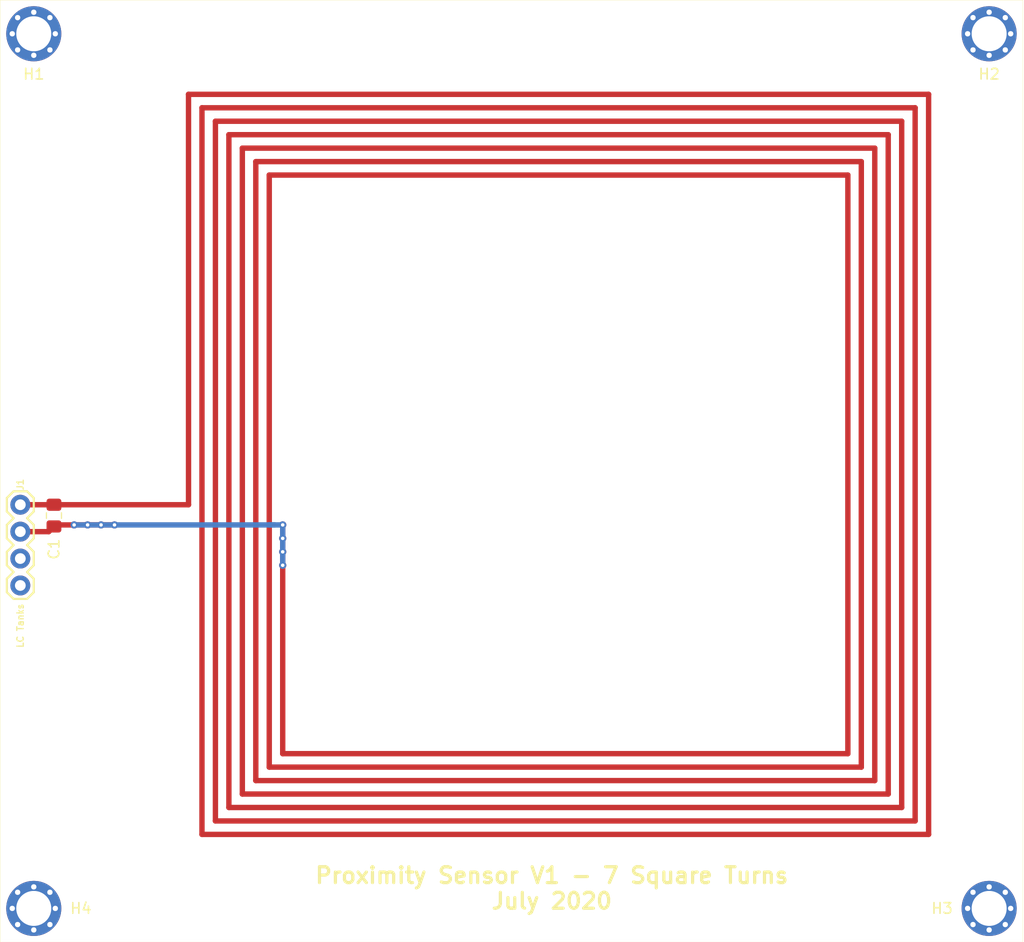
<source format=kicad_pcb>
(kicad_pcb (version 20171130) (host pcbnew "(5.1.6)-1")

  (general
    (thickness 1.6)
    (drawings 12)
    (tracks 58)
    (zones 0)
    (modules 6)
    (nets 8)
  )

  (page USLetter)
  (title_block
    (title "Proximity Sensor Tank: 1 Coil, 7 Square Turns")
    (date 2020-07-15)
    (rev V1)
    (comment 4 "Crstinel Ababei")
  )

  (layers
    (0 F.Cu signal)
    (31 B.Cu signal)
    (32 B.Adhes user)
    (33 F.Adhes user)
    (34 B.Paste user)
    (35 F.Paste user)
    (36 B.SilkS user)
    (37 F.SilkS user)
    (38 B.Mask user)
    (39 F.Mask user)
    (40 Dwgs.User user)
    (41 Cmts.User user)
    (42 Eco1.User user)
    (43 Eco2.User user)
    (44 Edge.Cuts user)
    (45 Margin user)
    (46 B.CrtYd user)
    (47 F.CrtYd user)
    (48 B.Fab user)
    (49 F.Fab user)
  )

  (setup
    (last_trace_width 0.254)
    (user_trace_width 0.254)
    (user_trace_width 0.508)
    (trace_clearance 0.1524)
    (zone_clearance 0.508)
    (zone_45_only no)
    (trace_min 0.2286)
    (via_size 0.6858)
    (via_drill 0.3302)
    (via_min_size 0.6858)
    (via_min_drill 0.3302)
    (uvia_size 0.6858)
    (uvia_drill 0.3302)
    (uvias_allowed no)
    (uvia_min_size 0.2)
    (uvia_min_drill 0.1)
    (edge_width 0.15)
    (segment_width 0.2)
    (pcb_text_width 0.3)
    (pcb_text_size 1.5 1.5)
    (mod_edge_width 0.15)
    (mod_text_size 1 1)
    (mod_text_width 0.15)
    (pad_size 1.524 1.524)
    (pad_drill 0.762)
    (pad_to_mask_clearance 0.0508)
    (solder_mask_min_width 0.1016)
    (aux_axis_origin 0 0)
    (visible_elements 7FFFFFFF)
    (pcbplotparams
      (layerselection 0x010f8_ffffffff)
      (usegerberextensions false)
      (usegerberattributes false)
      (usegerberadvancedattributes false)
      (creategerberjobfile false)
      (excludeedgelayer true)
      (linewidth 0.100000)
      (plotframeref false)
      (viasonmask false)
      (mode 1)
      (useauxorigin false)
      (hpglpennumber 1)
      (hpglpenspeed 20)
      (hpglpendiameter 15.000000)
      (psnegative false)
      (psa4output false)
      (plotreference true)
      (plotvalue true)
      (plotinvisibletext false)
      (padsonsilk false)
      (subtractmaskfromsilk false)
      (outputformat 1)
      (mirror false)
      (drillshape 0)
      (scaleselection 1)
      (outputdirectory "Gerber_Files/"))
  )

  (net 0 "")
  (net 1 /LC1)
  (net 2 "Net-(H1-Pad1)")
  (net 3 "Net-(H2-Pad1)")
  (net 4 "Net-(H3-Pad1)")
  (net 5 "Net-(H4-Pad1)")
  (net 6 "Net-(J1-Pad3)")
  (net 7 "Net-(J1-Pad4)")

  (net_class Default "This is the default net class."
    (clearance 0.1524)
    (trace_width 0.254)
    (via_dia 0.6858)
    (via_drill 0.3302)
    (uvia_dia 0.6858)
    (uvia_drill 0.3302)
    (diff_pair_width 0.2286)
    (diff_pair_gap 0.254)
    (add_net /LC1)
    (add_net "Net-(H1-Pad1)")
    (add_net "Net-(H2-Pad1)")
    (add_net "Net-(H3-Pad1)")
    (add_net "Net-(H4-Pad1)")
    (add_net "Net-(J1-Pad3)")
    (add_net "Net-(J1-Pad4)")
  )

  (module Capacitor_SMD:C_0805_2012Metric_Pad1.15x1.40mm_HandSolder (layer F.Cu) (tedit 5B36C52B) (tstamp 5F1D8249)
    (at 30.48 74.05 90)
    (descr "Capacitor SMD 0805 (2012 Metric), square (rectangular) end terminal, IPC_7351 nominal with elongated pad for handsoldering. (Body size source: https://docs.google.com/spreadsheets/d/1BsfQQcO9C6DZCsRaXUlFlo91Tg2WpOkGARC1WS5S8t0/edit?usp=sharing), generated with kicad-footprint-generator")
    (tags "capacitor handsolder")
    (path /5F0F2668)
    (attr smd)
    (fp_text reference C1 (at -3.175 0 90) (layer F.SilkS)
      (effects (font (size 1 1) (thickness 0.15)))
    )
    (fp_text value 270pF (at 4.445 -1.27 90) (layer F.Fab)
      (effects (font (size 1 1) (thickness 0.15)))
    )
    (fp_line (start 1.85 0.95) (end -1.85 0.95) (layer F.CrtYd) (width 0.05))
    (fp_line (start 1.85 -0.95) (end 1.85 0.95) (layer F.CrtYd) (width 0.05))
    (fp_line (start -1.85 -0.95) (end 1.85 -0.95) (layer F.CrtYd) (width 0.05))
    (fp_line (start -1.85 0.95) (end -1.85 -0.95) (layer F.CrtYd) (width 0.05))
    (fp_line (start -0.261252 0.71) (end 0.261252 0.71) (layer F.SilkS) (width 0.12))
    (fp_line (start -0.261252 -0.71) (end 0.261252 -0.71) (layer F.SilkS) (width 0.12))
    (fp_line (start 1 0.6) (end -1 0.6) (layer F.Fab) (width 0.1))
    (fp_line (start 1 -0.6) (end 1 0.6) (layer F.Fab) (width 0.1))
    (fp_line (start -1 -0.6) (end 1 -0.6) (layer F.Fab) (width 0.1))
    (fp_line (start -1 0.6) (end -1 -0.6) (layer F.Fab) (width 0.1))
    (fp_text user %R (at 0 0 90) (layer F.Fab)
      (effects (font (size 0.5 0.5) (thickness 0.08)))
    )
    (pad 1 smd roundrect (at -1.025 0 90) (size 1.15 1.4) (layers F.Cu F.Paste F.Mask) (roundrect_rratio 0.217391)
      (net 1 /LC1))
    (pad 2 smd roundrect (at 1.025 0 90) (size 1.15 1.4) (layers F.Cu F.Paste F.Mask) (roundrect_rratio 0.217391)
      (net 1 /LC1))
    (model ${KISYS3DMOD}/Capacitor_SMD.3dshapes/C_0805_2012Metric.wrl
      (at (xyz 0 0 0))
      (scale (xyz 1 1 1))
      (rotate (xyz 0 0 0))
    )
  )

  (module Hardware:STANDOFF_GROUNDING (layer F.Cu) (tedit 596A6999) (tstamp 5F1D8256)
    (at 28.575 28.575)
    (path /5F0F263F)
    (fp_text reference H1 (at 0 3.81) (layer F.SilkS)
      (effects (font (size 1 1) (thickness 0.15)))
    )
    (fp_text value 1 (at 3.81 -1.905) (layer F.Fab)
      (effects (font (size 1 1) (thickness 0.15)))
    )
    (pad 1 thru_hole circle (at 0 0) (size 5.2 5.2) (drill 3.302) (layers *.Cu *.Mask)
      (net 2 "Net-(H1-Pad1)"))
    (pad 1 thru_hole circle (at 2.032 0) (size 0.5 0.5) (drill 0.5) (layers *.Cu *.Mask)
      (net 2 "Net-(H1-Pad1)"))
    (pad 1 thru_hole circle (at -2.032 0) (size 0.5 0.5) (drill 0.5) (layers *.Cu *.Mask)
      (net 2 "Net-(H1-Pad1)"))
    (pad 1 thru_hole circle (at 0 -2.032) (size 0.5 0.5) (drill 0.5) (layers *.Cu *.Mask)
      (net 2 "Net-(H1-Pad1)"))
    (pad 1 thru_hole circle (at 0 2.032) (size 0.5 0.5) (drill 0.5) (layers *.Cu *.Mask)
      (net 2 "Net-(H1-Pad1)"))
    (pad 1 thru_hole circle (at 1.524 1.524) (size 0.5 0.5) (drill 0.5) (layers *.Cu *.Mask)
      (net 2 "Net-(H1-Pad1)"))
    (pad 1 thru_hole circle (at 1.524 -1.524) (size 0.5 0.5) (drill 0.5) (layers *.Cu *.Mask)
      (net 2 "Net-(H1-Pad1)"))
    (pad 1 thru_hole circle (at -1.524 -1.524) (size 0.5 0.5) (drill 0.5) (layers *.Cu *.Mask)
      (net 2 "Net-(H1-Pad1)"))
    (pad 1 thru_hole circle (at -1.524 1.524) (size 0.5 0.5) (drill 0.5) (layers *.Cu *.Mask)
      (net 2 "Net-(H1-Pad1)"))
  )

  (module Hardware:STANDOFF_GROUNDING (layer F.Cu) (tedit 596A6999) (tstamp 5F1D8263)
    (at 118.745 28.575)
    (path /5F0F264D)
    (fp_text reference H2 (at 0 3.81) (layer F.SilkS)
      (effects (font (size 1 1) (thickness 0.15)))
    )
    (fp_text value 2 (at -3.81 -1.905) (layer F.Fab)
      (effects (font (size 1 1) (thickness 0.15)))
    )
    (pad 1 thru_hole circle (at 0 0) (size 5.2 5.2) (drill 3.302) (layers *.Cu *.Mask)
      (net 3 "Net-(H2-Pad1)"))
    (pad 1 thru_hole circle (at 2.032 0) (size 0.5 0.5) (drill 0.5) (layers *.Cu *.Mask)
      (net 3 "Net-(H2-Pad1)"))
    (pad 1 thru_hole circle (at -2.032 0) (size 0.5 0.5) (drill 0.5) (layers *.Cu *.Mask)
      (net 3 "Net-(H2-Pad1)"))
    (pad 1 thru_hole circle (at 0 -2.032) (size 0.5 0.5) (drill 0.5) (layers *.Cu *.Mask)
      (net 3 "Net-(H2-Pad1)"))
    (pad 1 thru_hole circle (at 0 2.032) (size 0.5 0.5) (drill 0.5) (layers *.Cu *.Mask)
      (net 3 "Net-(H2-Pad1)"))
    (pad 1 thru_hole circle (at 1.524 1.524) (size 0.5 0.5) (drill 0.5) (layers *.Cu *.Mask)
      (net 3 "Net-(H2-Pad1)"))
    (pad 1 thru_hole circle (at 1.524 -1.524) (size 0.5 0.5) (drill 0.5) (layers *.Cu *.Mask)
      (net 3 "Net-(H2-Pad1)"))
    (pad 1 thru_hole circle (at -1.524 -1.524) (size 0.5 0.5) (drill 0.5) (layers *.Cu *.Mask)
      (net 3 "Net-(H2-Pad1)"))
    (pad 1 thru_hole circle (at -1.524 1.524) (size 0.5 0.5) (drill 0.5) (layers *.Cu *.Mask)
      (net 3 "Net-(H2-Pad1)"))
  )

  (module Hardware:STANDOFF_GROUNDING (layer F.Cu) (tedit 596A6999) (tstamp 5F1D8270)
    (at 118.745 111.125)
    (path /5F0F2646)
    (fp_text reference H3 (at -4.445 0) (layer F.SilkS)
      (effects (font (size 1 1) (thickness 0.15)))
    )
    (fp_text value 3 (at 0 -3.556) (layer F.Fab)
      (effects (font (size 1 1) (thickness 0.15)))
    )
    (pad 1 thru_hole circle (at -1.524 1.524) (size 0.5 0.5) (drill 0.5) (layers *.Cu *.Mask)
      (net 4 "Net-(H3-Pad1)"))
    (pad 1 thru_hole circle (at -1.524 -1.524) (size 0.5 0.5) (drill 0.5) (layers *.Cu *.Mask)
      (net 4 "Net-(H3-Pad1)"))
    (pad 1 thru_hole circle (at 1.524 -1.524) (size 0.5 0.5) (drill 0.5) (layers *.Cu *.Mask)
      (net 4 "Net-(H3-Pad1)"))
    (pad 1 thru_hole circle (at 1.524 1.524) (size 0.5 0.5) (drill 0.5) (layers *.Cu *.Mask)
      (net 4 "Net-(H3-Pad1)"))
    (pad 1 thru_hole circle (at 0 2.032) (size 0.5 0.5) (drill 0.5) (layers *.Cu *.Mask)
      (net 4 "Net-(H3-Pad1)"))
    (pad 1 thru_hole circle (at 0 -2.032) (size 0.5 0.5) (drill 0.5) (layers *.Cu *.Mask)
      (net 4 "Net-(H3-Pad1)"))
    (pad 1 thru_hole circle (at -2.032 0) (size 0.5 0.5) (drill 0.5) (layers *.Cu *.Mask)
      (net 4 "Net-(H3-Pad1)"))
    (pad 1 thru_hole circle (at 2.032 0) (size 0.5 0.5) (drill 0.5) (layers *.Cu *.Mask)
      (net 4 "Net-(H3-Pad1)"))
    (pad 1 thru_hole circle (at 0 0) (size 5.2 5.2) (drill 3.302) (layers *.Cu *.Mask)
      (net 4 "Net-(H3-Pad1)"))
  )

  (module Hardware:STANDOFF_GROUNDING (layer F.Cu) (tedit 596A6999) (tstamp 5F1D827D)
    (at 28.575 111.125)
    (path /5F0F2654)
    (fp_text reference H4 (at 4.445 0) (layer F.SilkS)
      (effects (font (size 1 1) (thickness 0.15)))
    )
    (fp_text value 4 (at 0 -3.556) (layer F.Fab)
      (effects (font (size 1 1) (thickness 0.15)))
    )
    (pad 1 thru_hole circle (at -1.524 1.524) (size 0.5 0.5) (drill 0.5) (layers *.Cu *.Mask)
      (net 5 "Net-(H4-Pad1)"))
    (pad 1 thru_hole circle (at -1.524 -1.524) (size 0.5 0.5) (drill 0.5) (layers *.Cu *.Mask)
      (net 5 "Net-(H4-Pad1)"))
    (pad 1 thru_hole circle (at 1.524 -1.524) (size 0.5 0.5) (drill 0.5) (layers *.Cu *.Mask)
      (net 5 "Net-(H4-Pad1)"))
    (pad 1 thru_hole circle (at 1.524 1.524) (size 0.5 0.5) (drill 0.5) (layers *.Cu *.Mask)
      (net 5 "Net-(H4-Pad1)"))
    (pad 1 thru_hole circle (at 0 2.032) (size 0.5 0.5) (drill 0.5) (layers *.Cu *.Mask)
      (net 5 "Net-(H4-Pad1)"))
    (pad 1 thru_hole circle (at 0 -2.032) (size 0.5 0.5) (drill 0.5) (layers *.Cu *.Mask)
      (net 5 "Net-(H4-Pad1)"))
    (pad 1 thru_hole circle (at -2.032 0) (size 0.5 0.5) (drill 0.5) (layers *.Cu *.Mask)
      (net 5 "Net-(H4-Pad1)"))
    (pad 1 thru_hole circle (at 2.032 0) (size 0.5 0.5) (drill 0.5) (layers *.Cu *.Mask)
      (net 5 "Net-(H4-Pad1)"))
    (pad 1 thru_hole circle (at 0 0) (size 5.2 5.2) (drill 3.302) (layers *.Cu *.Mask)
      (net 5 "Net-(H4-Pad1)"))
  )

  (module Connectors:1X04 (layer F.Cu) (tedit 5963D2C6) (tstamp 5F1D829F)
    (at 27.305 73.025 270)
    (descr "PLATED THROUGH HOLE - 4 PIN")
    (tags "PLATED THROUGH HOLE - 4 PIN")
    (path /5F0F265C)
    (attr virtual)
    (fp_text reference J1 (at -1.905 0 270) (layer F.SilkS)
      (effects (font (size 0.6096 0.6096) (thickness 0.127)))
    )
    (fp_text value "LC Tanks" (at 11.43 0 270) (layer F.SilkS)
      (effects (font (size 0.6096 0.6096) (thickness 0.127)))
    )
    (fp_line (start 8.89 -0.635) (end 8.89 0.635) (layer F.SilkS) (width 0.2032))
    (fp_line (start 0.635 1.27) (end -0.635 1.27) (layer F.SilkS) (width 0.2032))
    (fp_line (start -1.27 0.635) (end -0.635 1.27) (layer F.SilkS) (width 0.2032))
    (fp_line (start -0.635 -1.27) (end -1.27 -0.635) (layer F.SilkS) (width 0.2032))
    (fp_line (start -1.27 -0.635) (end -1.27 0.635) (layer F.SilkS) (width 0.2032))
    (fp_line (start 1.905 1.27) (end 1.27 0.635) (layer F.SilkS) (width 0.2032))
    (fp_line (start 3.175 1.27) (end 1.905 1.27) (layer F.SilkS) (width 0.2032))
    (fp_line (start 3.81 0.635) (end 3.175 1.27) (layer F.SilkS) (width 0.2032))
    (fp_line (start 3.175 -1.27) (end 3.81 -0.635) (layer F.SilkS) (width 0.2032))
    (fp_line (start 1.905 -1.27) (end 3.175 -1.27) (layer F.SilkS) (width 0.2032))
    (fp_line (start 1.27 -0.635) (end 1.905 -1.27) (layer F.SilkS) (width 0.2032))
    (fp_line (start 1.27 0.635) (end 0.635 1.27) (layer F.SilkS) (width 0.2032))
    (fp_line (start 0.635 -1.27) (end 1.27 -0.635) (layer F.SilkS) (width 0.2032))
    (fp_line (start -0.635 -1.27) (end 0.635 -1.27) (layer F.SilkS) (width 0.2032))
    (fp_line (start 8.255 1.27) (end 6.985 1.27) (layer F.SilkS) (width 0.2032))
    (fp_line (start 6.35 0.635) (end 6.985 1.27) (layer F.SilkS) (width 0.2032))
    (fp_line (start 6.985 -1.27) (end 6.35 -0.635) (layer F.SilkS) (width 0.2032))
    (fp_line (start 4.445 1.27) (end 3.81 0.635) (layer F.SilkS) (width 0.2032))
    (fp_line (start 5.715 1.27) (end 4.445 1.27) (layer F.SilkS) (width 0.2032))
    (fp_line (start 6.35 0.635) (end 5.715 1.27) (layer F.SilkS) (width 0.2032))
    (fp_line (start 5.715 -1.27) (end 6.35 -0.635) (layer F.SilkS) (width 0.2032))
    (fp_line (start 4.445 -1.27) (end 5.715 -1.27) (layer F.SilkS) (width 0.2032))
    (fp_line (start 3.81 -0.635) (end 4.445 -1.27) (layer F.SilkS) (width 0.2032))
    (fp_line (start 8.89 0.635) (end 8.255 1.27) (layer F.SilkS) (width 0.2032))
    (fp_line (start 8.255 -1.27) (end 8.89 -0.635) (layer F.SilkS) (width 0.2032))
    (fp_line (start 6.985 -1.27) (end 8.255 -1.27) (layer F.SilkS) (width 0.2032))
    (pad 1 thru_hole circle (at 0 0 270) (size 1.8796 1.8796) (drill 1.016) (layers *.Cu *.Mask)
      (net 1 /LC1) (solder_mask_margin 0.1016))
    (pad 2 thru_hole circle (at 2.54 0 270) (size 1.8796 1.8796) (drill 1.016) (layers *.Cu *.Mask)
      (net 1 /LC1) (solder_mask_margin 0.1016))
    (pad 3 thru_hole circle (at 5.08 0 270) (size 1.8796 1.8796) (drill 1.016) (layers *.Cu *.Mask)
      (net 6 "Net-(J1-Pad3)") (solder_mask_margin 0.1016))
    (pad 4 thru_hole circle (at 7.62 0 270) (size 1.8796 1.8796) (drill 1.016) (layers *.Cu *.Mask)
      (net 7 "Net-(J1-Pad4)") (solder_mask_margin 0.1016))
  )

  (gr_text "Wire Width: 0.508 mm (20 mils)\nGrid: 1.27 mm (50 mils)\nSpacing between wires: 0.762 mm (30 mils)\nWire thickness: 0.15 mm" (at 87.63 57.15) (layer Dwgs.User)
    (effects (font (size 1 1) (thickness 0.15)))
  )
  (dimension 7.62 (width 0.15) (layer Dwgs.User)
    (gr_text "7.620 mm" (at 109.22 46.96) (layer Dwgs.User)
      (effects (font (size 1 1) (thickness 0.15)))
    )
    (feature1 (pts (xy 113.03 50.8) (xy 113.03 47.673579)))
    (feature2 (pts (xy 105.41 50.8) (xy 105.41 47.673579)))
    (crossbar (pts (xy 105.41 48.26) (xy 113.03 48.26)))
    (arrow1a (pts (xy 113.03 48.26) (xy 111.903496 48.846421)))
    (arrow1b (pts (xy 113.03 48.26) (xy 111.903496 47.673579)))
    (arrow2a (pts (xy 105.41 48.26) (xy 106.536504 48.846421)))
    (arrow2b (pts (xy 105.41 48.26) (xy 106.536504 47.673579)))
  )
  (dimension 69.85 (width 0.15) (layer Dwgs.User)
    (gr_text "69.850 mm" (at 120.68 69.215 270) (layer Dwgs.User)
      (effects (font (size 1 1) (thickness 0.15)))
    )
    (feature1 (pts (xy 113.03 104.14) (xy 119.966421 104.14)))
    (feature2 (pts (xy 113.03 34.29) (xy 119.966421 34.29)))
    (crossbar (pts (xy 119.38 34.29) (xy 119.38 104.14)))
    (arrow1a (pts (xy 119.38 104.14) (xy 118.793579 103.013496)))
    (arrow1b (pts (xy 119.38 104.14) (xy 119.966421 103.013496)))
    (arrow2a (pts (xy 119.38 34.29) (xy 118.793579 35.416504)))
    (arrow2b (pts (xy 119.38 34.29) (xy 119.966421 35.416504)))
  )
  (dimension 67.31 (width 0.15) (layer Dwgs.User)
    (gr_text "67.310 mm" (at 118.14 69.215 270) (layer Dwgs.User)
      (effects (font (size 1 1) (thickness 0.15)))
    )
    (feature1 (pts (xy 111.76 102.87) (xy 117.426421 102.87)))
    (feature2 (pts (xy 111.76 35.56) (xy 117.426421 35.56)))
    (crossbar (pts (xy 116.84 35.56) (xy 116.84 102.87)))
    (arrow1a (pts (xy 116.84 102.87) (xy 116.253579 101.743496)))
    (arrow1b (pts (xy 116.84 102.87) (xy 117.426421 101.743496)))
    (arrow2a (pts (xy 116.84 35.56) (xy 116.253579 36.686504)))
    (arrow2b (pts (xy 116.84 35.56) (xy 117.426421 36.686504)))
  )
  (dimension 21.59 (width 0.15) (layer Dwgs.User)
    (gr_text "21.590 mm" (at 60.99 85.725 90) (layer Dwgs.User)
      (effects (font (size 1 1) (thickness 0.15)))
    )
    (feature1 (pts (xy 53.34 74.93) (xy 60.276421 74.93)))
    (feature2 (pts (xy 53.34 96.52) (xy 60.276421 96.52)))
    (crossbar (pts (xy 59.69 96.52) (xy 59.69 74.93)))
    (arrow1a (pts (xy 59.69 74.93) (xy 60.276421 76.056504)))
    (arrow1b (pts (xy 59.69 74.93) (xy 59.103579 76.056504)))
    (arrow2a (pts (xy 59.69 96.52) (xy 60.276421 95.393496)))
    (arrow2b (pts (xy 59.69 96.52) (xy 59.103579 95.393496)))
  )
  (dimension 39.37 (width 0.15) (layer Dwgs.User)
    (gr_text "39.370 mm" (at 35.53 53.975 270) (layer Dwgs.User)
      (effects (font (size 1 1) (thickness 0.15)))
    )
    (feature1 (pts (xy 43.18 73.66) (xy 36.243579 73.66)))
    (feature2 (pts (xy 43.18 34.29) (xy 36.243579 34.29)))
    (crossbar (pts (xy 36.83 34.29) (xy 36.83 73.66)))
    (arrow1a (pts (xy 36.83 73.66) (xy 36.243579 72.533496)))
    (arrow1b (pts (xy 36.83 73.66) (xy 37.416421 72.533496)))
    (arrow2a (pts (xy 36.83 34.29) (xy 36.243579 35.416504)))
    (arrow2b (pts (xy 36.83 34.29) (xy 37.416421 35.416504)))
  )
  (dimension 69.85 (width 0.15) (layer Dwgs.User)
    (gr_text "69.850 mm" (at 78.105 29.18) (layer Dwgs.User)
      (effects (font (size 1 1) (thickness 0.15)))
    )
    (feature1 (pts (xy 113.03 33.02) (xy 113.03 29.893579)))
    (feature2 (pts (xy 43.18 33.02) (xy 43.18 29.893579)))
    (crossbar (pts (xy 43.18 30.48) (xy 113.03 30.48)))
    (arrow1a (pts (xy 113.03 30.48) (xy 111.903496 31.066421)))
    (arrow1b (pts (xy 113.03 30.48) (xy 111.903496 29.893579)))
    (arrow2a (pts (xy 43.18 30.48) (xy 44.306504 31.066421)))
    (arrow2b (pts (xy 43.18 30.48) (xy 44.306504 29.893579)))
  )
  (gr_text "Proximity Sensor V1 - 7 Square Turns\nJuly 2020" (at 77.47 109.22) (layer F.SilkS)
    (effects (font (size 1.5 1.5) (thickness 0.3)))
  )
  (gr_line (start 25.4 114.3) (end 25.4 25.4) (layer F.SilkS) (width 0.0254))
  (gr_line (start 121.92 114.3) (end 25.4 114.3) (layer F.SilkS) (width 0.0254))
  (gr_line (start 121.92 25.4) (end 121.92 114.3) (layer F.SilkS) (width 0.0254))
  (gr_line (start 25.4 25.4) (end 121.92 25.4) (layer F.SilkS) (width 0.0254))

  (segment (start 32.385 74.93) (end 32.385 74.93) (width 0.508) (layer B.Cu) (net 1))
  (segment (start 36.195 74.93) (end 36.195 74.93) (width 0.508) (layer B.Cu) (net 1))
  (segment (start 32.385 74.93) (end 33.655 74.93) (width 0.508) (layer B.Cu) (net 1) (tstamp 5F0F54ED))
  (via (at 32.385 74.93) (size 0.6858) (drill 0.3302) (layers F.Cu B.Cu) (net 1))
  (segment (start 33.655 74.93) (end 34.925 74.93) (width 0.508) (layer B.Cu) (net 1) (tstamp 5F0F54EF))
  (via (at 33.655 74.93) (size 0.6858) (drill 0.3302) (layers F.Cu B.Cu) (net 1))
  (segment (start 34.925 74.93) (end 36.195 74.93) (width 0.508) (layer B.Cu) (net 1) (tstamp 5F0F54F1))
  (via (at 34.925 74.93) (size 0.6858) (drill 0.3302) (layers F.Cu B.Cu) (net 1))
  (via (at 36.195 74.93) (size 0.6858) (drill 0.3302) (layers F.Cu B.Cu) (net 1))
  (segment (start 30.48 73.025) (end 43.18 73.025) (width 0.508) (layer F.Cu) (net 1))
  (segment (start 43.18 73.025) (end 43.18 34.29) (width 0.508) (layer F.Cu) (net 1))
  (segment (start 43.18 34.29) (end 113.03 34.29) (width 0.508) (layer F.Cu) (net 1))
  (segment (start 113.03 34.29) (end 113.03 104.14) (width 0.508) (layer F.Cu) (net 1))
  (segment (start 113.03 104.14) (end 44.45 104.14) (width 0.508) (layer F.Cu) (net 1))
  (segment (start 44.45 104.14) (end 44.45 35.56) (width 0.508) (layer F.Cu) (net 1))
  (segment (start 44.45 35.56) (end 111.76 35.56) (width 0.508) (layer F.Cu) (net 1))
  (segment (start 111.76 35.56) (end 111.76 102.87) (width 0.508) (layer F.Cu) (net 1))
  (segment (start 111.76 102.87) (end 45.72 102.87) (width 0.508) (layer F.Cu) (net 1))
  (segment (start 45.72 102.87) (end 45.72 36.83) (width 0.508) (layer F.Cu) (net 1))
  (segment (start 45.72 36.83) (end 110.49 36.83) (width 0.508) (layer F.Cu) (net 1))
  (segment (start 110.49 36.83) (end 110.49 101.6) (width 0.508) (layer F.Cu) (net 1))
  (segment (start 110.49 101.6) (end 46.99 101.6) (width 0.508) (layer F.Cu) (net 1))
  (segment (start 46.99 101.6) (end 46.99 38.1) (width 0.508) (layer F.Cu) (net 1))
  (segment (start 46.99 38.1) (end 109.22 38.1) (width 0.508) (layer F.Cu) (net 1))
  (segment (start 109.22 38.1) (end 109.22 100.33) (width 0.508) (layer F.Cu) (net 1))
  (segment (start 109.22 100.33) (end 48.26 100.33) (width 0.508) (layer F.Cu) (net 1))
  (segment (start 48.26 100.33) (end 48.26 39.37) (width 0.508) (layer F.Cu) (net 1))
  (segment (start 48.26 39.37) (end 107.95 39.37) (width 0.508) (layer F.Cu) (net 1))
  (segment (start 107.95 39.37) (end 107.95 99.06) (width 0.508) (layer F.Cu) (net 1))
  (segment (start 107.95 99.06) (end 49.53 99.06) (width 0.508) (layer F.Cu) (net 1))
  (segment (start 49.53 99.06) (end 49.53 40.64) (width 0.508) (layer F.Cu) (net 1))
  (segment (start 49.53 40.64) (end 106.68 40.64) (width 0.508) (layer F.Cu) (net 1))
  (segment (start 106.68 40.64) (end 106.68 97.79) (width 0.508) (layer F.Cu) (net 1))
  (segment (start 106.68 97.79) (end 50.8 97.79) (width 0.508) (layer F.Cu) (net 1))
  (segment (start 50.8 97.79) (end 50.8 41.91) (width 0.508) (layer F.Cu) (net 1))
  (segment (start 50.8 41.91) (end 105.41 41.91) (width 0.508) (layer F.Cu) (net 1))
  (segment (start 105.41 41.91) (end 105.41 96.52) (width 0.508) (layer F.Cu) (net 1))
  (segment (start 105.41 96.52) (end 52.07 96.52) (width 0.508) (layer F.Cu) (net 1))
  (segment (start 52.07 96.52) (end 52.07 78.74) (width 0.508) (layer F.Cu) (net 1))
  (segment (start 52.07 74.93) (end 52.07 74.93) (width 0.508) (layer F.Cu) (net 1) (tstamp 5F0F5403))
  (via (at 52.07 74.93) (size 0.6858) (drill 0.3302) (layers F.Cu B.Cu) (net 1))
  (segment (start 52.07 76.2) (end 52.07 74.93) (width 0.508) (layer F.Cu) (net 1) (tstamp 5F0F5405))
  (via (at 52.07 76.2) (size 0.6858) (drill 0.3302) (layers F.Cu B.Cu) (net 1))
  (segment (start 52.07 77.47) (end 52.07 76.2) (width 0.508) (layer F.Cu) (net 1) (tstamp 5F0F5407))
  (via (at 52.07 77.47) (size 0.6858) (drill 0.3302) (layers F.Cu B.Cu) (net 1))
  (segment (start 52.07 78.74) (end 52.07 77.47) (width 0.508) (layer F.Cu) (net 1) (tstamp 5F0F541A))
  (via (at 52.07 78.74) (size 0.6858) (drill 0.3302) (layers F.Cu B.Cu) (net 1))
  (segment (start 52.07 78.74) (end 52.07 74.93) (width 0.508) (layer B.Cu) (net 1))
  (segment (start 52.07 74.93) (end 51.981109 74.93) (width 0.508) (layer B.Cu) (net 1))
  (segment (start 30.48 73.025) (end 27.305 73.025) (width 0.508) (layer F.Cu) (net 1))
  (segment (start 29.99 75.565) (end 30.48 75.075) (width 0.508) (layer F.Cu) (net 1))
  (segment (start 27.305 75.565) (end 29.99 75.565) (width 0.508) (layer F.Cu) (net 1))
  (segment (start 52.07 74.93) (end 50.8 74.93) (width 0.508) (layer B.Cu) (net 1))
  (segment (start 36.195 74.93) (end 50.8 74.93) (width 0.508) (layer B.Cu) (net 1))
  (segment (start 50.8 74.93) (end 51.320699 74.93) (width 0.508) (layer B.Cu) (net 1))
  (segment (start 36.195 74.93) (end 32.385 74.93) (width 0.508) (layer F.Cu) (net 1))
  (segment (start 30.625 74.93) (end 30.48 75.075) (width 0.508) (layer F.Cu) (net 1))
  (segment (start 32.385 74.93) (end 30.625 74.93) (width 0.508) (layer F.Cu) (net 1))

)

</source>
